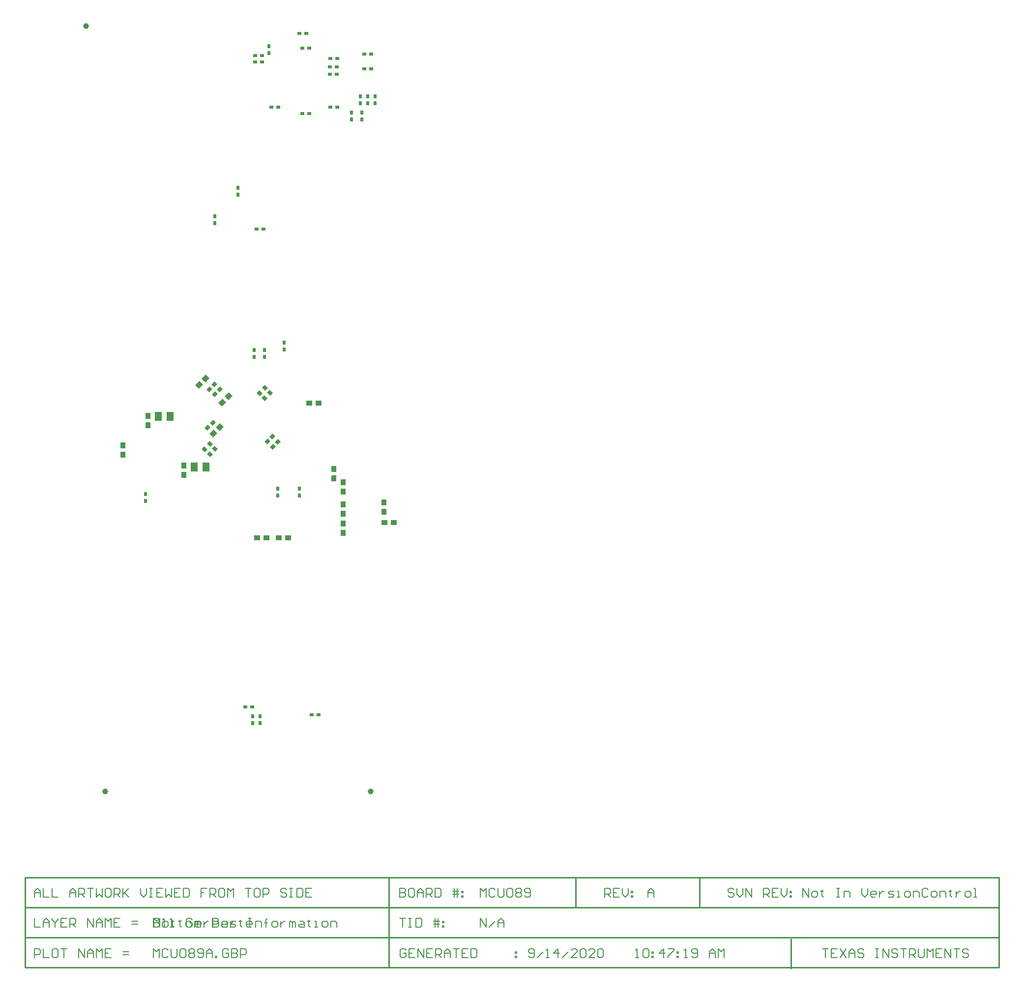
<source format=gbp>
G04*
G04 #@! TF.GenerationSoftware,Altium Limited,Altium Designer,20.1.14 (287)*
G04*
G04 Layer_Color=128*
%FSAX25Y25*%
%MOIN*%
G70*
G04*
G04 #@! TF.SameCoordinates,8DC34975-1D0C-4FB0-AB39-1F5E8F216BA0*
G04*
G04*
G04 #@! TF.FilePolarity,Positive*
G04*
G01*
G75*
%ADD13C,0.01000*%
%ADD22C,0.00800*%
%ADD59C,0.03937*%
%ADD68R,0.03740X0.03937*%
%ADD69R,0.02362X0.03150*%
%ADD70R,0.03150X0.02362*%
%ADD71R,0.03937X0.03740*%
%ADD140R,0.05000X0.06300*%
G04:AMPARAMS|DCode=142|XSize=37.4mil|YSize=39.37mil|CornerRadius=0mil|HoleSize=0mil|Usage=FLASHONLY|Rotation=315.000|XOffset=0mil|YOffset=0mil|HoleType=Round|Shape=Rectangle|*
%AMROTATEDRECTD142*
4,1,4,-0.02714,-0.00070,0.00070,0.02714,0.02714,0.00070,-0.00070,-0.02714,-0.02714,-0.00070,0.0*
%
%ADD142ROTATEDRECTD142*%

G04:AMPARAMS|DCode=143|XSize=23.62mil|YSize=31.5mil|CornerRadius=0mil|HoleSize=0mil|Usage=FLASHONLY|Rotation=225.000|XOffset=0mil|YOffset=0mil|HoleType=Round|Shape=Rectangle|*
%AMROTATEDRECTD143*
4,1,4,-0.00278,0.01949,0.01949,-0.00278,0.00278,-0.01949,-0.01949,0.00278,-0.00278,0.01949,0.0*
%
%ADD143ROTATEDRECTD143*%

G04:AMPARAMS|DCode=144|XSize=23.62mil|YSize=31.5mil|CornerRadius=0mil|HoleSize=0mil|Usage=FLASHONLY|Rotation=315.000|XOffset=0mil|YOffset=0mil|HoleType=Round|Shape=Rectangle|*
%AMROTATEDRECTD144*
4,1,4,-0.01949,-0.00278,0.00278,0.01949,0.01949,0.00278,-0.00278,-0.01949,-0.01949,-0.00278,0.0*
%
%ADD144ROTATEDRECTD144*%

G54D13*
X0559400Y0039400D02*
Y0059683D01*
X0440500Y0040050D02*
X0700200D01*
Y0101050D01*
X0286500Y0040050D02*
Y0101050D01*
X0040000Y0040050D02*
Y0101050D01*
X0040050Y0040050D02*
X0197600D01*
X0040050D02*
Y0101050D01*
X0700200D01*
X0040000Y0040050D02*
X0440500D01*
X0040000Y0060383D02*
X0700000D01*
X0040000Y0080717D02*
X0700200D01*
X0413200D02*
Y0101050D01*
X0497200Y0080717D02*
Y0101050D01*
G54D22*
X0126900Y0073549D02*
Y0067551D01*
X0129899D01*
X0130899Y0068550D01*
Y0069550D01*
X0129899Y0070550D01*
X0126900D01*
X0129899D01*
X0130899Y0071549D01*
Y0072549D01*
X0129899Y0073549D01*
X0126900D01*
X0133898Y0067551D02*
X0135897D01*
X0136897Y0068550D01*
Y0070550D01*
X0135897Y0071549D01*
X0133898D01*
X0132898Y0070550D01*
Y0068550D01*
X0133898Y0067551D01*
X0139896Y0072549D02*
Y0071549D01*
X0138896D01*
X0140895D01*
X0139896D01*
Y0068550D01*
X0140895Y0067551D01*
X0144894Y0072549D02*
Y0071549D01*
X0143895D01*
X0145894D01*
X0144894D01*
Y0068550D01*
X0145894Y0067551D01*
X0149893D02*
X0151892D01*
X0152892Y0068550D01*
Y0070550D01*
X0151892Y0071549D01*
X0149893D01*
X0148893Y0070550D01*
Y0068550D01*
X0149893Y0067551D01*
X0154891D02*
Y0071549D01*
X0155891D01*
X0156890Y0070550D01*
Y0067551D01*
Y0070550D01*
X0157890Y0071549D01*
X0158890Y0070550D01*
Y0067551D01*
X0166887D02*
Y0073549D01*
X0169886D01*
X0170886Y0072549D01*
Y0070550D01*
X0169886Y0069550D01*
X0166887D01*
X0173885Y0071549D02*
X0175884D01*
X0176884Y0070550D01*
Y0067551D01*
X0173885D01*
X0172885Y0068550D01*
X0173885Y0069550D01*
X0176884D01*
X0178883Y0067551D02*
X0181882D01*
X0182882Y0068550D01*
X0181882Y0069550D01*
X0179883D01*
X0178883Y0070550D01*
X0179883Y0071549D01*
X0182882D01*
X0185881Y0072549D02*
Y0071549D01*
X0184881D01*
X0186881D01*
X0185881D01*
Y0068550D01*
X0186881Y0067551D01*
X0192879D02*
X0190879D01*
X0189880Y0068550D01*
Y0070550D01*
X0190879Y0071549D01*
X0192879D01*
X0193878Y0070550D01*
Y0069550D01*
X0189880D01*
X0127200Y0067400D02*
Y0073398D01*
X0129199Y0071399D01*
X0131199Y0073398D01*
Y0067400D01*
X0133198D02*
X0135197D01*
X0134198D01*
Y0073398D01*
X0133198Y0072398D01*
X0138196Y0067400D02*
X0140196D01*
X0139196D01*
Y0073398D01*
X0138196Y0072398D01*
X0153192D02*
X0152192Y0073398D01*
X0150193D01*
X0149193Y0072398D01*
Y0068400D01*
X0150193Y0067400D01*
X0152192D01*
X0153192Y0068400D01*
Y0070399D01*
X0151192D01*
X0158190Y0067400D02*
X0156191D01*
X0155191Y0068400D01*
Y0070399D01*
X0156191Y0071399D01*
X0158190D01*
X0159190Y0070399D01*
Y0069399D01*
X0155191D01*
X0161189Y0071399D02*
Y0067400D01*
Y0069399D01*
X0162189Y0070399D01*
X0163188Y0071399D01*
X0164188D01*
X0167187Y0073398D02*
Y0067400D01*
X0170186D01*
X0171186Y0068400D01*
Y0069399D01*
Y0070399D01*
X0170186Y0071399D01*
X0167187D01*
X0176184Y0067400D02*
X0174185D01*
X0173185Y0068400D01*
Y0070399D01*
X0174185Y0071399D01*
X0176184D01*
X0177184Y0070399D01*
Y0069399D01*
X0173185D01*
X0179183Y0071399D02*
Y0067400D01*
Y0069399D01*
X0180183Y0070399D01*
X0181183Y0071399D01*
X0182182D01*
X0191179Y0073398D02*
X0193179D01*
X0192179D01*
Y0067400D01*
X0191179D01*
X0193179D01*
X0196178D02*
Y0071399D01*
X0199177D01*
X0200176Y0070399D01*
Y0067400D01*
X0203175D02*
Y0072398D01*
Y0070399D01*
X0202176D01*
X0204175D01*
X0203175D01*
Y0072398D01*
X0204175Y0073398D01*
X0208174Y0067400D02*
X0210173D01*
X0211173Y0068400D01*
Y0070399D01*
X0210173Y0071399D01*
X0208174D01*
X0207174Y0070399D01*
Y0068400D01*
X0208174Y0067400D01*
X0213172Y0071399D02*
Y0067400D01*
Y0069399D01*
X0214172Y0070399D01*
X0215172Y0071399D01*
X0216171D01*
X0219170Y0067400D02*
Y0071399D01*
X0220170D01*
X0221170Y0070399D01*
Y0067400D01*
Y0070399D01*
X0222169Y0071399D01*
X0223169Y0070399D01*
Y0067400D01*
X0226168Y0071399D02*
X0228167D01*
X0229167Y0070399D01*
Y0067400D01*
X0226168D01*
X0225168Y0068400D01*
X0226168Y0069399D01*
X0229167D01*
X0232166Y0072398D02*
Y0071399D01*
X0231166D01*
X0233166D01*
X0232166D01*
Y0068400D01*
X0233166Y0067400D01*
X0236165D02*
X0238164D01*
X0237164D01*
Y0071399D01*
X0236165D01*
X0242163Y0067400D02*
X0244162D01*
X0245162Y0068400D01*
Y0070399D01*
X0244162Y0071399D01*
X0242163D01*
X0241163Y0070399D01*
Y0068400D01*
X0242163Y0067400D01*
X0247161D02*
Y0071399D01*
X0250160D01*
X0251160Y0070399D01*
Y0067400D01*
X0348550Y0067500D02*
Y0073498D01*
X0352549Y0067500D01*
Y0073498D01*
X0354548Y0067500D02*
X0358547Y0071499D01*
X0360546Y0067500D02*
Y0071499D01*
X0362545Y0073498D01*
X0364545Y0071499D01*
Y0067500D01*
Y0070499D01*
X0360546D01*
X0294000Y0073498D02*
X0297999D01*
X0295999D01*
Y0067500D01*
X0299998Y0073498D02*
X0301997D01*
X0300998D01*
Y0067500D01*
X0299998D01*
X0301997D01*
X0304996Y0073498D02*
Y0067500D01*
X0307996D01*
X0308995Y0068500D01*
Y0072498D01*
X0307996Y0073498D01*
X0304996D01*
X0317992Y0067500D02*
Y0073498D01*
X0319992D02*
Y0067500D01*
X0316993Y0071499D02*
X0319992D01*
X0320991D01*
X0316993Y0069499D02*
X0320991D01*
X0322991Y0071499D02*
X0323990D01*
Y0070499D01*
X0322991D01*
Y0071499D01*
Y0068500D02*
X0323990D01*
Y0067500D01*
X0322991D01*
Y0068500D01*
X0580500Y0052965D02*
X0584499D01*
X0582499D01*
Y0046966D01*
X0590497Y0052965D02*
X0586498D01*
Y0046966D01*
X0590497D01*
X0586498Y0049966D02*
X0588497D01*
X0592496Y0052965D02*
X0596495Y0046966D01*
Y0052965D02*
X0592496Y0046966D01*
X0598494D02*
Y0050965D01*
X0600493Y0052965D01*
X0602493Y0050965D01*
Y0046966D01*
Y0049966D01*
X0598494D01*
X0608491Y0051965D02*
X0607491Y0052965D01*
X0605492D01*
X0604492Y0051965D01*
Y0050965D01*
X0605492Y0049966D01*
X0607491D01*
X0608491Y0048966D01*
Y0047966D01*
X0607491Y0046966D01*
X0605492D01*
X0604492Y0047966D01*
X0616488Y0052965D02*
X0618488D01*
X0617488D01*
Y0046966D01*
X0616488D01*
X0618488D01*
X0621487D02*
Y0052965D01*
X0625486Y0046966D01*
Y0052965D01*
X0631484Y0051965D02*
X0630484Y0052965D01*
X0628484D01*
X0627485Y0051965D01*
Y0050965D01*
X0628484Y0049966D01*
X0630484D01*
X0631484Y0048966D01*
Y0047966D01*
X0630484Y0046966D01*
X0628484D01*
X0627485Y0047966D01*
X0633483Y0052965D02*
X0637482D01*
X0635482D01*
Y0046966D01*
X0639481D02*
Y0052965D01*
X0642480D01*
X0643480Y0051965D01*
Y0049966D01*
X0642480Y0048966D01*
X0639481D01*
X0641480D02*
X0643480Y0046966D01*
X0645479Y0052965D02*
Y0047966D01*
X0646479Y0046966D01*
X0648478D01*
X0649478Y0047966D01*
Y0052965D01*
X0651477Y0046966D02*
Y0052965D01*
X0653476Y0050965D01*
X0655476Y0052965D01*
Y0046966D01*
X0661474Y0052965D02*
X0657475D01*
Y0046966D01*
X0661474D01*
X0657475Y0049966D02*
X0659474D01*
X0663473Y0046966D02*
Y0052965D01*
X0667472Y0046966D01*
Y0052965D01*
X0669471D02*
X0673470D01*
X0671471D01*
Y0046966D01*
X0679468Y0051965D02*
X0678468Y0052965D01*
X0676469D01*
X0675469Y0051965D01*
Y0050965D01*
X0676469Y0049966D01*
X0678468D01*
X0679468Y0048966D01*
Y0047966D01*
X0678468Y0046966D01*
X0676469D01*
X0675469Y0047966D01*
X0454050Y0046966D02*
X0456049D01*
X0455050D01*
Y0052965D01*
X0454050Y0051965D01*
X0459048D02*
X0460048Y0052965D01*
X0462047D01*
X0463047Y0051965D01*
Y0047966D01*
X0462047Y0046966D01*
X0460048D01*
X0459048Y0047966D01*
Y0051965D01*
X0465046Y0050965D02*
X0466046D01*
Y0049966D01*
X0465046D01*
Y0050965D01*
Y0047966D02*
X0466046D01*
Y0046966D01*
X0465046D01*
Y0047966D01*
X0473044Y0046966D02*
Y0052965D01*
X0470045Y0049966D01*
X0474044D01*
X0476043Y0052965D02*
X0480042D01*
Y0051965D01*
X0476043Y0047966D01*
Y0046966D01*
X0482041Y0050965D02*
X0483041D01*
Y0049966D01*
X0482041D01*
Y0050965D01*
Y0047966D02*
X0483041D01*
Y0046966D01*
X0482041D01*
Y0047966D01*
X0487039Y0046966D02*
X0489039D01*
X0488039D01*
Y0052965D01*
X0487039Y0051965D01*
X0492038Y0047966D02*
X0493037Y0046966D01*
X0495037D01*
X0496036Y0047966D01*
Y0051965D01*
X0495037Y0052965D01*
X0493037D01*
X0492038Y0051965D01*
Y0050965D01*
X0493037Y0049966D01*
X0496036D01*
X0504034Y0046966D02*
Y0050965D01*
X0506033Y0052965D01*
X0508033Y0050965D01*
Y0046966D01*
Y0049966D01*
X0504034D01*
X0510032Y0046966D02*
Y0052965D01*
X0512031Y0050965D01*
X0514031Y0052965D01*
Y0046966D01*
X0046350D02*
Y0052965D01*
X0049349D01*
X0050349Y0051965D01*
Y0049966D01*
X0049349Y0048966D01*
X0046350D01*
X0052348Y0052965D02*
Y0046966D01*
X0056347D01*
X0061345Y0052965D02*
X0059346D01*
X0058346Y0051965D01*
Y0047966D01*
X0059346Y0046966D01*
X0061345D01*
X0062345Y0047966D01*
Y0051965D01*
X0061345Y0052965D01*
X0064344D02*
X0068343D01*
X0066343D01*
Y0046966D01*
X0076340D02*
Y0052965D01*
X0080339Y0046966D01*
Y0052965D01*
X0082338Y0046966D02*
Y0050965D01*
X0084338Y0052965D01*
X0086337Y0050965D01*
Y0046966D01*
Y0049966D01*
X0082338D01*
X0088336Y0046966D02*
Y0052965D01*
X0090336Y0050965D01*
X0092335Y0052965D01*
Y0046966D01*
X0098333Y0052965D02*
X0094335D01*
Y0046966D01*
X0098333D01*
X0094335Y0049966D02*
X0096334D01*
X0106331Y0048966D02*
X0110329D01*
X0106331Y0050965D02*
X0110329D01*
X0046350Y0073549D02*
Y0067551D01*
X0050349D01*
X0052348D02*
Y0071549D01*
X0054347Y0073549D01*
X0056347Y0071549D01*
Y0067551D01*
Y0070550D01*
X0052348D01*
X0058346Y0073549D02*
Y0072549D01*
X0060346Y0070550D01*
X0062345Y0072549D01*
Y0073549D01*
X0060346Y0070550D02*
Y0067551D01*
X0068343Y0073549D02*
X0064344D01*
Y0067551D01*
X0068343D01*
X0064344Y0070550D02*
X0066343D01*
X0070342Y0067551D02*
Y0073549D01*
X0073341D01*
X0074341Y0072549D01*
Y0070550D01*
X0073341Y0069550D01*
X0070342D01*
X0072342D02*
X0074341Y0067551D01*
X0082338D02*
Y0073549D01*
X0086337Y0067551D01*
Y0073549D01*
X0088336Y0067551D02*
Y0071549D01*
X0090336Y0073549D01*
X0092335Y0071549D01*
Y0067551D01*
Y0070550D01*
X0088336D01*
X0094335Y0067551D02*
Y0073549D01*
X0096334Y0071549D01*
X0098333Y0073549D01*
Y0067551D01*
X0104331Y0073549D02*
X0100332D01*
Y0067551D01*
X0104331D01*
X0100332Y0070550D02*
X0102332D01*
X0112329Y0069550D02*
X0116327D01*
X0112329Y0071549D02*
X0116327D01*
X0294000Y0093831D02*
Y0087833D01*
X0296999D01*
X0297999Y0088833D01*
Y0089833D01*
X0296999Y0090832D01*
X0294000D01*
X0296999D01*
X0297999Y0091832D01*
Y0092832D01*
X0296999Y0093831D01*
X0294000D01*
X0302997D02*
X0300998D01*
X0299998Y0092832D01*
Y0088833D01*
X0300998Y0087833D01*
X0302997D01*
X0303997Y0088833D01*
Y0092832D01*
X0302997Y0093831D01*
X0305996Y0087833D02*
Y0091832D01*
X0307996Y0093831D01*
X0309995Y0091832D01*
Y0087833D01*
Y0090832D01*
X0305996D01*
X0311994Y0087833D02*
Y0093831D01*
X0314993D01*
X0315993Y0092832D01*
Y0090832D01*
X0314993Y0089833D01*
X0311994D01*
X0313994D02*
X0315993Y0087833D01*
X0317992Y0093831D02*
Y0087833D01*
X0320991D01*
X0321991Y0088833D01*
Y0092832D01*
X0320991Y0093831D01*
X0317992D01*
X0330988Y0087833D02*
Y0093831D01*
X0332987D02*
Y0087833D01*
X0329988Y0091832D02*
X0332987D01*
X0333987D01*
X0329988Y0089833D02*
X0333987D01*
X0335986Y0091832D02*
X0336986D01*
Y0090832D01*
X0335986D01*
Y0091832D01*
Y0088833D02*
X0336986D01*
Y0087833D01*
X0335986D01*
Y0088833D01*
X0348550Y0087833D02*
Y0093831D01*
X0350549Y0091832D01*
X0352549Y0093831D01*
Y0087833D01*
X0358547Y0092832D02*
X0357547Y0093831D01*
X0355548D01*
X0354548Y0092832D01*
Y0088833D01*
X0355548Y0087833D01*
X0357547D01*
X0358547Y0088833D01*
X0360546Y0093831D02*
Y0088833D01*
X0361546Y0087833D01*
X0363545D01*
X0364545Y0088833D01*
Y0093831D01*
X0366544Y0092832D02*
X0367544Y0093831D01*
X0369543D01*
X0370543Y0092832D01*
Y0088833D01*
X0369543Y0087833D01*
X0367544D01*
X0366544Y0088833D01*
Y0092832D01*
X0372542D02*
X0373542Y0093831D01*
X0375541D01*
X0376541Y0092832D01*
Y0091832D01*
X0375541Y0090832D01*
X0376541Y0089833D01*
Y0088833D01*
X0375541Y0087833D01*
X0373542D01*
X0372542Y0088833D01*
Y0089833D01*
X0373542Y0090832D01*
X0372542Y0091832D01*
Y0092832D01*
X0373542Y0090832D02*
X0375541D01*
X0378540Y0088833D02*
X0379540Y0087833D01*
X0381539D01*
X0382539Y0088833D01*
Y0092832D01*
X0381539Y0093831D01*
X0379540D01*
X0378540Y0092832D01*
Y0091832D01*
X0379540Y0090832D01*
X0382539D01*
X0462150Y0087833D02*
Y0091832D01*
X0464149Y0093831D01*
X0466149Y0091832D01*
Y0087833D01*
Y0090832D01*
X0462150D01*
X0046350Y0087833D02*
Y0091832D01*
X0048349Y0093831D01*
X0050349Y0091832D01*
Y0087833D01*
Y0090832D01*
X0046350D01*
X0052348Y0093831D02*
Y0087833D01*
X0056347D01*
X0058346Y0093831D02*
Y0087833D01*
X0062345D01*
X0070342D02*
Y0091832D01*
X0072342Y0093831D01*
X0074341Y0091832D01*
Y0087833D01*
Y0090832D01*
X0070342D01*
X0076340Y0087833D02*
Y0093831D01*
X0079339D01*
X0080339Y0092832D01*
Y0090832D01*
X0079339Y0089833D01*
X0076340D01*
X0078340D02*
X0080339Y0087833D01*
X0082338Y0093831D02*
X0086337D01*
X0084338D01*
Y0087833D01*
X0088336Y0093831D02*
Y0087833D01*
X0090336Y0089833D01*
X0092335Y0087833D01*
Y0093831D01*
X0097334D02*
X0095334D01*
X0094335Y0092832D01*
Y0088833D01*
X0095334Y0087833D01*
X0097334D01*
X0098333Y0088833D01*
Y0092832D01*
X0097334Y0093831D01*
X0100332Y0087833D02*
Y0093831D01*
X0103332D01*
X0104331Y0092832D01*
Y0090832D01*
X0103332Y0089833D01*
X0100332D01*
X0102332D02*
X0104331Y0087833D01*
X0106331Y0093831D02*
Y0087833D01*
Y0089833D01*
X0110329Y0093831D01*
X0107330Y0090832D01*
X0110329Y0087833D01*
X0118327Y0093831D02*
Y0089833D01*
X0120326Y0087833D01*
X0122325Y0089833D01*
Y0093831D01*
X0124325D02*
X0126324D01*
X0125324D01*
Y0087833D01*
X0124325D01*
X0126324D01*
X0133322Y0093831D02*
X0129323D01*
Y0087833D01*
X0133322D01*
X0129323Y0090832D02*
X0131323D01*
X0135321Y0093831D02*
Y0087833D01*
X0137321Y0089833D01*
X0139320Y0087833D01*
Y0093831D01*
X0145318D02*
X0141319D01*
Y0087833D01*
X0145318D01*
X0141319Y0090832D02*
X0143319D01*
X0147317Y0093831D02*
Y0087833D01*
X0150316D01*
X0151316Y0088833D01*
Y0092832D01*
X0150316Y0093831D01*
X0147317D01*
X0163312D02*
X0159313D01*
Y0090832D01*
X0161313D01*
X0159313D01*
Y0087833D01*
X0165312D02*
Y0093831D01*
X0168310D01*
X0169310Y0092832D01*
Y0090832D01*
X0168310Y0089833D01*
X0165312D01*
X0167311D02*
X0169310Y0087833D01*
X0174309Y0093831D02*
X0172309D01*
X0171310Y0092832D01*
Y0088833D01*
X0172309Y0087833D01*
X0174309D01*
X0175308Y0088833D01*
Y0092832D01*
X0174309Y0093831D01*
X0177308Y0087833D02*
Y0093831D01*
X0179307Y0091832D01*
X0181306Y0093831D01*
Y0087833D01*
X0189304Y0093831D02*
X0193303D01*
X0191303D01*
Y0087833D01*
X0198301Y0093831D02*
X0196301D01*
X0195302Y0092832D01*
Y0088833D01*
X0196301Y0087833D01*
X0198301D01*
X0199301Y0088833D01*
Y0092832D01*
X0198301Y0093831D01*
X0201300Y0087833D02*
Y0093831D01*
X0204299D01*
X0205299Y0092832D01*
Y0090832D01*
X0204299Y0089833D01*
X0201300D01*
X0217295Y0092832D02*
X0216295Y0093831D01*
X0214296D01*
X0213296Y0092832D01*
Y0091832D01*
X0214296Y0090832D01*
X0216295D01*
X0217295Y0089833D01*
Y0088833D01*
X0216295Y0087833D01*
X0214296D01*
X0213296Y0088833D01*
X0219294Y0093831D02*
X0221293D01*
X0220294D01*
Y0087833D01*
X0219294D01*
X0221293D01*
X0224292Y0093831D02*
Y0087833D01*
X0227291D01*
X0228291Y0088833D01*
Y0092832D01*
X0227291Y0093831D01*
X0224292D01*
X0234289D02*
X0230291D01*
Y0087833D01*
X0234289D01*
X0230291Y0090832D02*
X0232290D01*
X0298199Y0051965D02*
X0297199Y0052965D01*
X0295200D01*
X0294200Y0051965D01*
Y0047966D01*
X0295200Y0046966D01*
X0297199D01*
X0298199Y0047966D01*
Y0049966D01*
X0296199D01*
X0304197Y0052965D02*
X0300198D01*
Y0046966D01*
X0304197D01*
X0300198Y0049966D02*
X0302197D01*
X0306196Y0046966D02*
Y0052965D01*
X0310195Y0046966D01*
Y0052965D01*
X0316193D02*
X0312194D01*
Y0046966D01*
X0316193D01*
X0312194Y0049966D02*
X0314194D01*
X0318192Y0046966D02*
Y0052965D01*
X0321191D01*
X0322191Y0051965D01*
Y0049966D01*
X0321191Y0048966D01*
X0318192D01*
X0320192D02*
X0322191Y0046966D01*
X0324190D02*
Y0050965D01*
X0326190Y0052965D01*
X0328189Y0050965D01*
Y0046966D01*
Y0049966D01*
X0324190D01*
X0330188Y0052965D02*
X0334187D01*
X0332188D01*
Y0046966D01*
X0340185Y0052965D02*
X0336186D01*
Y0046966D01*
X0340185D01*
X0336186Y0049966D02*
X0338186D01*
X0342184Y0052965D02*
Y0046966D01*
X0345183D01*
X0346183Y0047966D01*
Y0051965D01*
X0345183Y0052965D01*
X0342184D01*
X0372175Y0050965D02*
X0373175D01*
Y0049966D01*
X0372175D01*
Y0050965D01*
Y0047966D02*
X0373175D01*
Y0046966D01*
X0372175D01*
Y0047966D01*
X0381150D02*
X0382150Y0046966D01*
X0384149D01*
X0385149Y0047966D01*
Y0051965D01*
X0384149Y0052965D01*
X0382150D01*
X0381150Y0051965D01*
Y0050965D01*
X0382150Y0049966D01*
X0385149D01*
X0387148Y0046966D02*
X0391147Y0050965D01*
X0393146Y0046966D02*
X0395146D01*
X0394146D01*
Y0052965D01*
X0393146Y0051965D01*
X0401144Y0046966D02*
Y0052965D01*
X0398145Y0049966D01*
X0402143D01*
X0404143Y0046966D02*
X0408141Y0050965D01*
X0414139Y0046966D02*
X0410141D01*
X0414139Y0050965D01*
Y0051965D01*
X0413140Y0052965D01*
X0411140D01*
X0410141Y0051965D01*
X0416139D02*
X0417138Y0052965D01*
X0419138D01*
X0420137Y0051965D01*
Y0047966D01*
X0419138Y0046966D01*
X0417138D01*
X0416139Y0047966D01*
Y0051965D01*
X0426135Y0046966D02*
X0422137D01*
X0426135Y0050965D01*
Y0051965D01*
X0425136Y0052965D01*
X0423136D01*
X0422137Y0051965D01*
X0428135D02*
X0429135Y0052965D01*
X0431134D01*
X0432133Y0051965D01*
Y0047966D01*
X0431134Y0046966D01*
X0429135D01*
X0428135Y0047966D01*
Y0051965D01*
X0126900Y0046966D02*
Y0052965D01*
X0128899Y0050965D01*
X0130899Y0052965D01*
Y0046966D01*
X0136897Y0051965D02*
X0135897Y0052965D01*
X0133898D01*
X0132898Y0051965D01*
Y0047966D01*
X0133898Y0046966D01*
X0135897D01*
X0136897Y0047966D01*
X0138896Y0052965D02*
Y0047966D01*
X0139896Y0046966D01*
X0141895D01*
X0142895Y0047966D01*
Y0052965D01*
X0144894Y0051965D02*
X0145894Y0052965D01*
X0147893D01*
X0148893Y0051965D01*
Y0047966D01*
X0147893Y0046966D01*
X0145894D01*
X0144894Y0047966D01*
Y0051965D01*
X0150892D02*
X0151892Y0052965D01*
X0153891D01*
X0154891Y0051965D01*
Y0050965D01*
X0153891Y0049966D01*
X0154891Y0048966D01*
Y0047966D01*
X0153891Y0046966D01*
X0151892D01*
X0150892Y0047966D01*
Y0048966D01*
X0151892Y0049966D01*
X0150892Y0050965D01*
Y0051965D01*
X0151892Y0049966D02*
X0153891D01*
X0156890Y0047966D02*
X0157890Y0046966D01*
X0159889D01*
X0160889Y0047966D01*
Y0051965D01*
X0159889Y0052965D01*
X0157890D01*
X0156890Y0051965D01*
Y0050965D01*
X0157890Y0049966D01*
X0160889D01*
X0162888Y0046966D02*
Y0050965D01*
X0164888Y0052965D01*
X0166887Y0050965D01*
Y0046966D01*
Y0049966D01*
X0162888D01*
X0168886Y0046966D02*
Y0047966D01*
X0169886D01*
Y0046966D01*
X0168886D01*
X0177884Y0051965D02*
X0176884Y0052965D01*
X0174884D01*
X0173885Y0051965D01*
Y0047966D01*
X0174884Y0046966D01*
X0176884D01*
X0177884Y0047966D01*
Y0049966D01*
X0175884D01*
X0179883Y0052965D02*
Y0046966D01*
X0182882D01*
X0183882Y0047966D01*
Y0048966D01*
X0182882Y0049966D01*
X0179883D01*
X0182882D01*
X0183882Y0050965D01*
Y0051965D01*
X0182882Y0052965D01*
X0179883D01*
X0185881Y0046966D02*
Y0052965D01*
X0188880D01*
X0189880Y0051965D01*
Y0049966D01*
X0188880Y0048966D01*
X0185881D01*
X0433000Y0087833D02*
Y0093831D01*
X0435999D01*
X0436999Y0092832D01*
Y0090832D01*
X0435999Y0089833D01*
X0433000D01*
X0434999D02*
X0436999Y0087833D01*
X0442997Y0093831D02*
X0438998D01*
Y0087833D01*
X0442997D01*
X0438998Y0090832D02*
X0440997D01*
X0444996Y0093831D02*
Y0089833D01*
X0446995Y0087833D01*
X0448995Y0089833D01*
Y0093831D01*
X0450994Y0091832D02*
X0451994D01*
Y0090832D01*
X0450994D01*
Y0091832D01*
Y0088833D02*
X0451994D01*
Y0087833D01*
X0450994D01*
Y0088833D01*
X0520799Y0092832D02*
X0519799Y0093831D01*
X0517800D01*
X0516800Y0092832D01*
Y0091832D01*
X0517800Y0090832D01*
X0519799D01*
X0520799Y0089833D01*
Y0088833D01*
X0519799Y0087833D01*
X0517800D01*
X0516800Y0088833D01*
X0522798Y0093831D02*
Y0089833D01*
X0524797Y0087833D01*
X0526797Y0089833D01*
Y0093831D01*
X0528796Y0087833D02*
Y0093831D01*
X0532795Y0087833D01*
Y0093831D01*
X0540792Y0087833D02*
Y0093831D01*
X0543791D01*
X0544791Y0092832D01*
Y0090832D01*
X0543791Y0089833D01*
X0540792D01*
X0542792D02*
X0544791Y0087833D01*
X0550789Y0093831D02*
X0546790D01*
Y0087833D01*
X0550789D01*
X0546790Y0090832D02*
X0548790D01*
X0552788Y0093831D02*
Y0089833D01*
X0554788Y0087833D01*
X0556787Y0089833D01*
Y0093831D01*
X0558786Y0091832D02*
X0559786D01*
Y0090832D01*
X0558786D01*
Y0091832D01*
Y0088833D02*
X0559786D01*
Y0087833D01*
X0558786D01*
Y0088833D01*
X0567400Y0087833D02*
Y0093831D01*
X0571399Y0087833D01*
Y0093831D01*
X0574398Y0087833D02*
X0576397D01*
X0577397Y0088833D01*
Y0090832D01*
X0576397Y0091832D01*
X0574398D01*
X0573398Y0090832D01*
Y0088833D01*
X0574398Y0087833D01*
X0580396Y0092832D02*
Y0091832D01*
X0579396D01*
X0581395D01*
X0580396D01*
Y0088833D01*
X0581395Y0087833D01*
X0590393Y0093831D02*
X0592392D01*
X0591392D01*
Y0087833D01*
X0590393D01*
X0592392D01*
X0595391D02*
Y0091832D01*
X0598390D01*
X0599390Y0090832D01*
Y0087833D01*
X0607387Y0093831D02*
Y0089833D01*
X0609386Y0087833D01*
X0611386Y0089833D01*
Y0093831D01*
X0616384Y0087833D02*
X0614385D01*
X0613385Y0088833D01*
Y0090832D01*
X0614385Y0091832D01*
X0616384D01*
X0617384Y0090832D01*
Y0089833D01*
X0613385D01*
X0619383Y0091832D02*
Y0087833D01*
Y0089833D01*
X0620383Y0090832D01*
X0621383Y0091832D01*
X0622382D01*
X0625381Y0087833D02*
X0628380D01*
X0629380Y0088833D01*
X0628380Y0089833D01*
X0626381D01*
X0625381Y0090832D01*
X0626381Y0091832D01*
X0629380D01*
X0631379Y0087833D02*
X0633379D01*
X0632379D01*
Y0091832D01*
X0631379D01*
X0637377Y0087833D02*
X0639377D01*
X0640376Y0088833D01*
Y0090832D01*
X0639377Y0091832D01*
X0637377D01*
X0636378Y0090832D01*
Y0088833D01*
X0637377Y0087833D01*
X0642376D02*
Y0091832D01*
X0645375D01*
X0646374Y0090832D01*
Y0087833D01*
X0652373Y0092832D02*
X0651373Y0093831D01*
X0649373D01*
X0648374Y0092832D01*
Y0088833D01*
X0649373Y0087833D01*
X0651373D01*
X0652373Y0088833D01*
X0655372Y0087833D02*
X0657371D01*
X0658371Y0088833D01*
Y0090832D01*
X0657371Y0091832D01*
X0655372D01*
X0654372Y0090832D01*
Y0088833D01*
X0655372Y0087833D01*
X0660370D02*
Y0091832D01*
X0663369D01*
X0664369Y0090832D01*
Y0087833D01*
X0667368Y0092832D02*
Y0091832D01*
X0666368D01*
X0668367D01*
X0667368D01*
Y0088833D01*
X0668367Y0087833D01*
X0671366Y0091832D02*
Y0087833D01*
Y0089833D01*
X0672366Y0090832D01*
X0673366Y0091832D01*
X0674365D01*
X0678364Y0087833D02*
X0680364D01*
X0681363Y0088833D01*
Y0090832D01*
X0680364Y0091832D01*
X0678364D01*
X0677364Y0090832D01*
Y0088833D01*
X0678364Y0087833D01*
X0683362D02*
X0685362D01*
X0684362D01*
Y0093831D01*
X0683362D01*
G54D59*
X0274200Y0159400D02*
D03*
X0094200D02*
D03*
X0081200Y0678400D02*
D03*
G54D68*
X0249200Y0371750D02*
D03*
Y0378050D02*
D03*
X0123200Y0414050D02*
D03*
Y0407750D02*
D03*
X0147700Y0380550D02*
D03*
Y0374250D02*
D03*
X0106207Y0387750D02*
D03*
Y0394050D02*
D03*
X0255700Y0369050D02*
D03*
Y0362750D02*
D03*
X0283200Y0355550D02*
D03*
Y0349250D02*
D03*
X0255700Y0354050D02*
D03*
Y0347750D02*
D03*
Y0334750D02*
D03*
Y0341050D02*
D03*
G54D69*
X0205200Y0660038D02*
D03*
Y0664762D02*
D03*
X0268200Y0619762D02*
D03*
Y0615038D02*
D03*
X0267200Y0626038D02*
D03*
Y0630762D02*
D03*
X0272200D02*
D03*
Y0626038D02*
D03*
X0277200Y0630762D02*
D03*
Y0626038D02*
D03*
X0261200Y0619762D02*
D03*
Y0615038D02*
D03*
X0184200Y0568762D02*
D03*
Y0564038D02*
D03*
X0202224Y0454038D02*
D03*
Y0458762D02*
D03*
X0168700Y0544777D02*
D03*
Y0549502D02*
D03*
X0121700Y0356588D02*
D03*
Y0361312D02*
D03*
X0215700Y0463762D02*
D03*
Y0459038D02*
D03*
X0199440Y0205900D02*
D03*
Y0210624D02*
D03*
X0194436Y0210624D02*
D03*
Y0205900D02*
D03*
X0211417Y0360038D02*
D03*
Y0364762D02*
D03*
X0225984Y0364762D02*
D03*
Y0360038D02*
D03*
X0195306Y0454038D02*
D03*
Y0458762D02*
D03*
G54D70*
X0230562Y0673400D02*
D03*
X0225838D02*
D03*
X0251662Y0656400D02*
D03*
X0246938D02*
D03*
X0251562Y0623400D02*
D03*
X0246838D02*
D03*
X0232762Y0619100D02*
D03*
X0228038D02*
D03*
X0206838Y0623400D02*
D03*
X0211562D02*
D03*
X0200562Y0654200D02*
D03*
X0195838D02*
D03*
X0200562Y0658400D02*
D03*
X0195838D02*
D03*
X0251362Y0650800D02*
D03*
X0246638D02*
D03*
X0251362Y0645800D02*
D03*
X0246638D02*
D03*
X0227838Y0663400D02*
D03*
X0232562D02*
D03*
X0269838Y0659400D02*
D03*
X0274562D02*
D03*
Y0649400D02*
D03*
X0269838D02*
D03*
X0196928Y0540900D02*
D03*
X0201652D02*
D03*
X0189338Y0216905D02*
D03*
X0194062D02*
D03*
X0234338Y0211400D02*
D03*
X0239062D02*
D03*
G54D71*
X0197279Y0331400D02*
D03*
X0203578D02*
D03*
X0218145D02*
D03*
X0211846D02*
D03*
X0232506Y0422900D02*
D03*
X0238805D02*
D03*
X0283550Y0341900D02*
D03*
X0289850D02*
D03*
G54D140*
X0162700Y0379400D02*
D03*
X0154700D02*
D03*
X0130200Y0413900D02*
D03*
X0138200D02*
D03*
G54D142*
X0157973Y0435173D02*
D03*
X0162427Y0439627D02*
D03*
X0167630Y0402173D02*
D03*
X0172085Y0406627D02*
D03*
X0177927Y0427627D02*
D03*
X0173473Y0423173D02*
D03*
G54D143*
X0205870Y0429730D02*
D03*
X0202530Y0433070D02*
D03*
X0165296Y0395070D02*
D03*
X0168637Y0391730D02*
D03*
X0165137Y0388230D02*
D03*
X0161796Y0391570D02*
D03*
X0199030Y0429570D02*
D03*
X0202370Y0426230D02*
D03*
G54D144*
X0211370Y0396570D02*
D03*
X0208030Y0393230D02*
D03*
X0165030Y0432230D02*
D03*
X0168370Y0435570D02*
D03*
X0167137Y0409570D02*
D03*
X0163796Y0406230D02*
D03*
X0171870Y0432070D02*
D03*
X0168530Y0428730D02*
D03*
X0204385Y0396730D02*
D03*
X0207725Y0400070D02*
D03*
M02*

</source>
